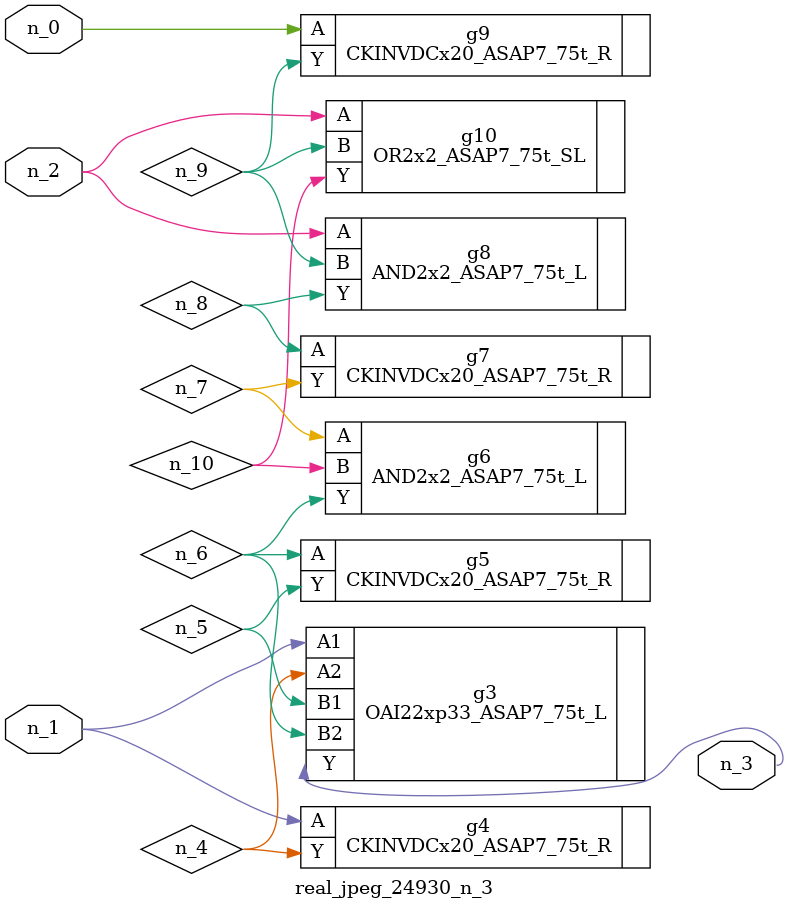
<source format=v>
module real_jpeg_24930_n_3 (n_1, n_0, n_2, n_3);

input n_1;
input n_0;
input n_2;

output n_3;

wire n_5;
wire n_4;
wire n_8;
wire n_6;
wire n_7;
wire n_10;
wire n_9;

CKINVDCx20_ASAP7_75t_R g9 ( 
.A(n_0),
.Y(n_9)
);

OAI22xp33_ASAP7_75t_L g3 ( 
.A1(n_1),
.A2(n_4),
.B1(n_5),
.B2(n_6),
.Y(n_3)
);

CKINVDCx20_ASAP7_75t_R g4 ( 
.A(n_1),
.Y(n_4)
);

AND2x2_ASAP7_75t_L g8 ( 
.A(n_2),
.B(n_9),
.Y(n_8)
);

OR2x2_ASAP7_75t_SL g10 ( 
.A(n_2),
.B(n_9),
.Y(n_10)
);

CKINVDCx20_ASAP7_75t_R g5 ( 
.A(n_6),
.Y(n_5)
);

AND2x2_ASAP7_75t_L g6 ( 
.A(n_7),
.B(n_10),
.Y(n_6)
);

CKINVDCx20_ASAP7_75t_R g7 ( 
.A(n_8),
.Y(n_7)
);


endmodule
</source>
